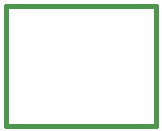
<source format=gbr>
G04 (created by PCBNEW-RS274X (2010-12-23 BZR 2684)-stable) date 1/20/2012 10:15:11 PM*
G01*
G70*
G90*
%MOIN*%
G04 Gerber Fmt 3.4, Leading zero omitted, Abs format*
%FSLAX34Y34*%
G04 APERTURE LIST*
%ADD10C,0.006000*%
%ADD11C,0.015000*%
%ADD12C,0.080000*%
%ADD13R,0.080000X0.080000*%
G04 APERTURE END LIST*
G54D10*
G54D11*
X66000Y-41000D02*
X66000Y-45000D01*
X71000Y-41000D02*
X66000Y-41000D01*
X71000Y-45000D02*
X71000Y-41000D01*
X66000Y-45000D02*
X71000Y-45000D01*
%LPC*%
G54D12*
X66500Y-41500D03*
X67500Y-41500D03*
X68500Y-41500D03*
X69500Y-41500D03*
X70500Y-41500D03*
G54D13*
X66500Y-43500D03*
G54D12*
X66500Y-42500D03*
X67500Y-43500D03*
X67500Y-42500D03*
X68500Y-43500D03*
X68500Y-42500D03*
X69500Y-43500D03*
X69500Y-42500D03*
X70500Y-43500D03*
X70500Y-42500D03*
G54D13*
X66500Y-44500D03*
G54D12*
X67500Y-44500D03*
X68500Y-44500D03*
X69500Y-44500D03*
X70500Y-44500D03*
M02*

</source>
